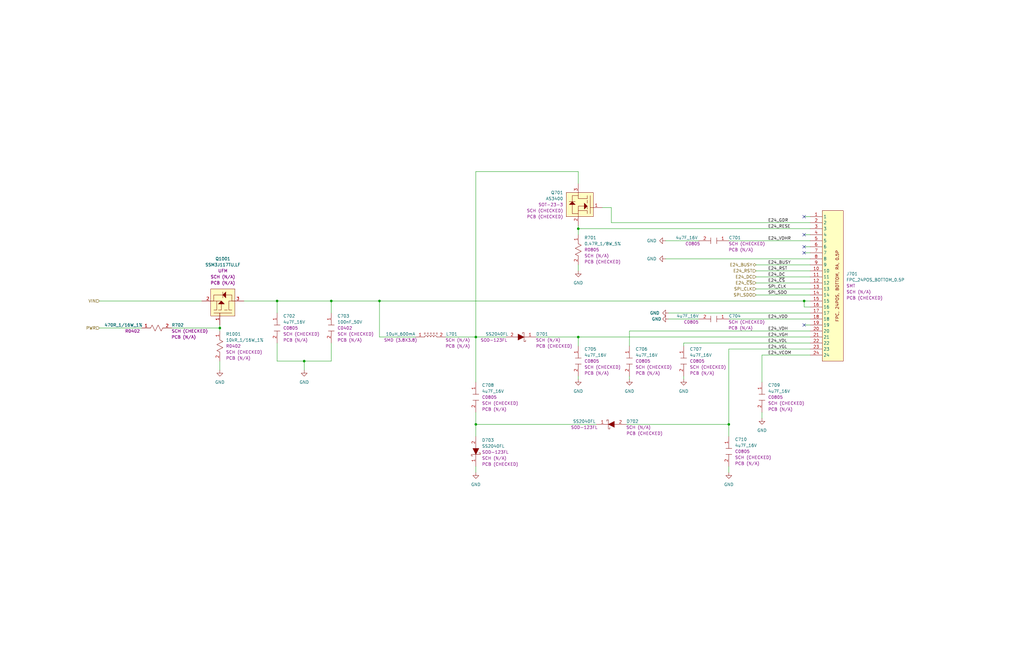
<source format=kicad_sch>
(kicad_sch (version 20230121) (generator eeschema)
  (paper "B")
  (title_block (title "_HW_EPaper") (rev "v1.0") (company "Mend0z0") (comment 1 "v1.0") (comment 2 "CHECKED"))
  (lib_symbols
    (symbol "_SCHLIB_Epaper:CAP_100nF_50V_X7R_C0402"
      (property "Reference" "C" (at 2.54 3.81 0))
      (property "Value" "100nF_50V" (at 2.54 6.35 0))
      (property "Package" "C0402" (at 2.54 21.59 0))
      (property "SCH CHECK" "SCH (CHECKED)" (at 2.54 24.13 0))
      (property "PCB CHECK" "PCB (N/A)" (at 2.54 26.67 0))
      (symbol "CAP_100nF_50V_X7R_C0402_0_1"
        (polyline (pts (xy 5.08 1.27) (xy 5.08 -1.27)))
        (polyline (pts (xy 7.62 1.27) (xy 7.62 -1.27)))
      )
      (symbol "CAP_100nF_50V_X7R_C0402_1_1"
        (pin passive line (at 0 0 0) (length 5.08) (name "") (number "1"))
        (pin passive line (at 12.7 0 180) (length 5.08) (name "") (number "2"))
      )
    )
    (symbol "_SCHLIB_Epaper:CAP_4.7uF_16V_X7R_C0805"
      (property "Reference" "C" (at 2.54 3.81 0))
      (property "Value" "4u7F_16V" (at 2.54 6.35 0))
      (property "Package" "C0805" (at 2.54 21.59 0))
      (property "SCH CHECK" "SCH (CHECKED)" (at 2.54 24.13 0))
      (property "PCB CHECK" "PCB (N/A)" (at 2.54 26.67 0))
      (symbol "CAP_4.7uF_16V_X7R_C0805_0_1"
        (polyline (pts (xy 5.08 1.27) (xy 5.08 -1.27)))
        (polyline (pts (xy 7.62 1.27) (xy 7.62 -1.27)))
      )
      (symbol "CAP_4.7uF_16V_X7R_C0805_1_1"
        (pin passive line (at 0 0 0) (length 5.08) (name "") (number "1"))
        (pin passive line (at 12.7 0 180) (length 5.08) (name "") (number "2"))
      )
    )
    (symbol "_SCHLIB_Epaper:CONN_FPC_24POS_0.5P_BOTTOM_CF35242D0RD-NH_RA"
      (property "Reference" "J" (at 2.54 2.54 0))
      (property "Value" "FPC_24POS_BOTTOM_0.5P" (at 2.54 5.08 0))
      (property "Package" "SMT" (at 2.54 20.32 0))
      (property "SCH CHECK" "SCH (N/A)" (at 2.54 22.86 0))
      (property "PCB CHECK" "PCB (CHECKED)" (at 2.54 25.4 0))
      (symbol "CONN_FPC_24POS_0.5P_BOTTOM_CF35242D0RD-NH_RA_0_1"
        (rectangle (start 0 0) (end 8.89 -63.5) (fill (type background)))
      )
      (symbol "CONN_FPC_24POS_0.5P_BOTTOM_CF35242D0RD-NH_RA_1_1"
        (text "FPC, 24POS, BOTTOM, RA, 0.5P" (at 6.35 -31.75 900) (effects (font (size 1.27 1.27))))
        (pin passive line (at -5.08 -2.54 0) (length 5.08) (name "1") (number "1"))
        (pin passive line (at -5.08 -25.4 0) (length 5.08) (name "10") (number "10"))
        (pin passive line (at -5.08 -27.94 0) (length 5.08) (name "11") (number "11"))
        (pin passive line (at -5.08 -30.48 0) (length 5.08) (name "12") (number "12"))
        (pin passive line (at -5.08 -33.02 0) (length 5.08) (name "13") (number "13"))
        (pin passive line (at -5.08 -35.56 0) (length 5.08) (name "14") (number "14"))
        (pin passive line (at -5.08 -38.1 0) (length 5.08) (name "15") (number "15"))
        (pin passive line (at -5.08 -40.64 0) (length 5.08) (name "16") (number "16"))
        (pin passive line (at -5.08 -43.18 0) (length 5.08) (name "17") (number "17"))
        (pin passive line (at -5.08 -45.72 0) (length 5.08) (name "18") (number "18"))
        (pin passive line (at -5.08 -48.26 0) (length 5.08) (name "19") (number "19"))
        (pin passive line (at -5.08 -5.08 0) (length 5.08) (name "2") (number "2"))
        (pin passive line (at -5.08 -50.8 0) (length 5.08) (name "20") (number "20"))
        (pin passive line (at -5.08 -53.34 0) (length 5.08) (name "21") (number "21"))
        (pin passive line (at -5.08 -55.88 0) (length 5.08) (name "22") (number "22"))
        (pin passive line (at -5.08 -58.42 0) (length 5.08) (name "23") (number "23"))
        (pin passive line (at -5.08 -60.96 0) (length 5.08) (name "24") (number "24"))
        (pin passive line (at -5.08 -7.62 0) (length 5.08) (name "3") (number "3"))
        (pin passive line (at -5.08 -10.16 0) (length 5.08) (name "4") (number "4"))
        (pin passive line (at -5.08 -12.7 0) (length 5.08) (name "5") (number "5"))
        (pin passive line (at -5.08 -15.24 0) (length 5.08) (name "6") (number "6"))
        (pin passive line (at -5.08 -17.78 0) (length 5.08) (name "7") (number "7"))
        (pin passive line (at -5.08 -20.32 0) (length 5.08) (name "8") (number "8"))
        (pin passive line (at -5.08 -22.86 0) (length 5.08) (name "9") (number "9"))
      )
    )
    (symbol "_SCHLIB_Epaper:DIODE_SCHOTTKY _SS2040FL_R1_00001_40V_2A_S0D-123FL"
      (property "Reference" "D" (at 2.54 3.81 0))
      (property "Value" "SS2040FL" (at 2.54 6.35 0))
      (property "Package" "SOD-123FL" (at 2.54 21.59 0))
      (property "SCH CHECK" "SCH (N/A)" (at 2.54 24.13 0))
      (property "PCB CHECK" "PCB (CHECKED)" (at 2.54 26.67 0))
      (symbol "DIODE_SCHOTTKY _SS2040FL_R1_00001_40V_2A_S0D-123FL_0_1"
        (polyline (pts (xy 5.08 1.27) (xy 5.08 -1.27) (xy 7.62 0) (xy 5.08 1.27)) (fill (type outline)))
        (polyline (pts (xy 6.985 1.27) (xy 6.985 1.905) (xy 7.62 1.905) (xy 7.62 -1.905) (xy 8.255 -1.905) (xy 8.255 -1.27)))
      )
      (symbol "DIODE_SCHOTTKY _SS2040FL_R1_00001_40V_2A_S0D-123FL_1_1"
        (pin passive line (at 12.7 0 180) (length 5.08) (name "") (number "1"))
        (pin passive line (at 0 0 0) (length 5.08) (name "") (number "2"))
      )
    )
    (symbol "_SCHLIB_Epaper:IND_10uH_600mA_413mOhm_SMD (3.8X3.8)"
      (property "Reference" "L" (at 2.54 3.81 0))
      (property "Value" "10uH_600mA" (at 2.54 6.35 0))
      (property "Package" "SMD (3.8X3.8)" (at 2.54 21.59 0))
      (property "SCH CHECK" "SCH (N/A)" (at 2.54 24.13 0))
      (property "PCB CHECK" "PCB (N/A)" (at 2.54 26.67 0))
      (symbol "IND_10uH_600mA_413mOhm_SMD (3.8X3.8)_0_1"
        (polyline (pts (xy 3.556 1.27) (xy 4.191 1.27)))
        (polyline (pts (xy 3.556 1.778) (xy 4.191 1.778)))
        (polyline (pts (xy 4.826 1.27) (xy 5.461 1.27)))
        (polyline (pts (xy 4.826 1.778) (xy 5.461 1.778)))
        (polyline (pts (xy 6.096 1.27) (xy 6.731 1.27)))
        (polyline (pts (xy 6.096 1.778) (xy 6.731 1.778)))
        (polyline (pts (xy 7.366 1.27) (xy 8.001 1.27)))
        (polyline (pts (xy 7.366 1.778) (xy 8.001 1.778)))
        (polyline (pts (xy 8.636 1.27) (xy 9.271 1.27)))
        (polyline (pts (xy 8.636 1.778) (xy 9.271 1.778)))
        (arc (start 5.08 0) (mid 4.445 0.6129) (end 3.81 0))
        (arc (start 6.35 0.0225) (mid 5.715 0.6354) (end 5.08 0.0225))
        (arc (start 7.62 0.0225) (mid 6.985 0.6354) (end 6.35 0.0225))
        (arc (start 8.89 0.0225) (mid 8.255 0.6354) (end 7.62 0.0225))
      )
      (symbol "IND_10uH_600mA_413mOhm_SMD (3.8X3.8)_1_1"
        (pin passive line (at 0 0 0) (length 3.81) (name "") (number "1"))
        (pin passive line (at 12.7 0 180) (length 3.81) (name "") (number "2"))
      )
    )
    (symbol "_SCHLIB_Epaper:Q_N-CH_AS3400_30A_2A_SOT-23"
      (property "Reference" "Q" (at 2.54 7.62 0))
      (property "Value" "AS3400" (at 2.54 10.16 0))
      (property "Package" "SOT-23-3" (at 2.54 25.4 0))
      (property "SCH CHECK" "SCH (CHECKED)" (at 2.54 27.94 0))
      (property "PCB CHECK" "PCB (CHECKED)" (at 2.54 30.48 0))
      (symbol "Q_N-CH_AS3400_30A_2A_SOT-23_0_1"
        (polyline (pts (xy 5.08 -5.08) (xy 5.08 -12.7)))
        (polyline (pts (xy 6.35 -11.43) (xy 6.35 -12.7)))
        (polyline (pts (xy 6.35 -9.525) (xy 6.35 -10.795)))
        (polyline (pts (xy 6.35 -6.985) (xy 6.35 -8.255)))
        (polyline (pts (xy 6.35 -5.08) (xy 6.35 -6.35)))
        (polyline (pts (xy 11.43 -7.62) (xy 13.97 -7.62)))
        (polyline (pts (xy 6.35 -11.43) (xy 10.16 -11.43) (xy 10.16 -12.7)))
        (polyline (pts (xy 6.35 -6.35) (xy 10.16 -6.35) (xy 10.16 -5.08)))
        (polyline (pts (xy 10.16 -11.43) (xy 10.16 -9.525) (xy 6.35 -9.525)))
        (polyline (pts (xy 7.62 -8.255) (xy 6.35 -9.525) (xy 7.62 -10.795) (xy 7.62 -8.255)) (fill (type outline)))
        (polyline (pts (xy 10.16 -12.7) (xy 12.7 -12.7) (xy 12.7 -5.08) (xy 10.16 -5.08)))
        (polyline (pts (xy 11.43 -8.89) (xy 12.7 -7.62) (xy 13.97 -8.89) (xy 11.43 -8.89)) (fill (type outline)))
        (rectangle (start 3.81 -3.81) (end 15.24 -13.97) (fill (type background)))
      )
      (symbol "Q_N-CH_AS3400_30A_2A_SOT-23_1_1"
        (pin passive line (at 0 -10.16 0) (length 5.08) (name "") (number "1"))
        (pin passive line (at 10.16 -17.78 90) (length 5.08) (name "") (number "2"))
        (pin passive line (at 10.16 0 270) (length 5.08) (name "") (number "3"))
      )
    )
    (symbol "_SCHLIB_Epaper:Q_P-Channel_30V_2A_SSM3J117TU,LF_UFM"
      (property "Reference" "Q" (at 2.54 3.81 0))
      (property "Value" "SSM3J117TU,LF" (at 2.54 6.35 0))
      (property "Package" "UFM" (at 2.54 21.59 0))
      (property "SCH CHECK" "SCH (N/A)" (at 2.54 24.13 0))
      (property "PCB CHECK" "PCB (N/A)" (at 2.54 26.67 0))
      (symbol "Q_P-Channel_30V_2A_SSM3J117TU,LF_UFM_0_1"
        (polyline (pts (xy 5.08 -5.08) (xy 5.08 -12.7)))
        (polyline (pts (xy 6.35 -11.43) (xy 6.35 -12.7)))
        (polyline (pts (xy 6.35 -9.525) (xy 6.35 -10.795)))
        (polyline (pts (xy 6.35 -6.985) (xy 6.35 -8.255)))
        (polyline (pts (xy 6.35 -5.08) (xy 6.35 -6.35)))
        (polyline (pts (xy 13.97 -8.89) (xy 11.43 -8.89)))
        (polyline (pts (xy 6.35 -11.43) (xy 10.16 -11.43) (xy 10.16 -12.7)))
        (polyline (pts (xy 6.35 -6.35) (xy 10.16 -6.35) (xy 10.16 -5.08)))
        (polyline (pts (xy 10.16 -11.43) (xy 10.16 -9.525) (xy 6.35 -9.525)))
        (polyline (pts (xy 8.8944 -10.7892) (xy 10.1644 -9.5192) (xy 8.8944 -8.2492) (xy 8.8944 -10.7892)) (fill (type outline)))
        (polyline (pts (xy 10.16 -12.7) (xy 12.7 -12.7) (xy 12.7 -5.08) (xy 10.16 -5.08)))
        (polyline (pts (xy 13.97 -7.62) (xy 12.7 -8.89) (xy 11.43 -7.62) (xy 13.97 -7.62)) (fill (type outline)))
        (rectangle (start 3.81 -3.81) (end 15.24 -13.97) (fill (type background)))
      )
      (symbol "Q_P-Channel_30V_2A_SSM3J117TU,LF_UFM_1_1"
        (pin passive line (at 0 -10.16 0) (length 5.08) (name "") (number "1"))
        (pin passive line (at 10.16 -17.78 90) (length 5.08) (name "") (number "2"))
        (pin passive line (at 10.16 0 270) (length 5.08) (name "") (number "3"))
      )
    )
    (symbol "_SCHLIB_Epaper:RES_0.47R_1/18W_5%_R0805"
      (property "Reference" "R" (at 2.54 3.81 0))
      (property "Value" "0.47R_1/8W_5%" (at 2.54 6.35 0))
      (property "Package" "R0805" (at 2.54 21.59 0))
      (property "SCH CHECK" "SCH (N/A)" (at 2.54 24.13 0))
      (property "PCB CHECK" "PCB (CHECKED)" (at 2.54 26.67 0))
      (symbol "RES_0.47R_1/18W_5%_R0805_0_1"
        (polyline (pts (xy 8.89 0) (xy 8.255 -1.27) (xy 6.985 1.27) (xy 5.715 -1.27) (xy 4.445 1.27) (xy 3.81 0)))
      )
      (symbol "RES_0.47R_1/18W_5%_R0805_1_1"
        (pin passive line (at 0 0 0) (length 3.81) (name "") (number "1"))
        (pin passive line (at 12.7 0 180) (length 3.81) (name "") (number "2"))
      )
    )
    (symbol "_SCHLIB_Epaper:RES_10kR_1/16W_1%_R0402"
      (property "Reference" "R" (at 2.54 3.81 0))
      (property "Value" "10kR_1/16W_1%" (at 2.54 6.35 0))
      (property "Package" "R0402" (at 2.54 21.59 0))
      (property "SCH CHECK" "SCH (CHECKED)" (at 2.54 24.13 0))
      (property "PCB CHECK" "PCB (N/A)" (at 2.54 26.67 0))
      (symbol "RES_10kR_1/16W_1%_R0402_0_1"
        (polyline (pts (xy 3.81 0) (xy 4.445 1.27) (xy 5.715 -1.27) (xy 6.985 1.27) (xy 8.255 -1.27) (xy 8.89 0)))
      )
      (symbol "RES_10kR_1/16W_1%_R0402_1_1"
        (pin passive line (at 0 0 0) (length 3.81) (name "") (number "1"))
        (pin passive line (at 12.7 0 180) (length 3.81) (name "") (number "2"))
      )
    )
    (symbol "_SCHLIB_Epaper:RES_470R_1/16W_1%_R0402"
      (property "Reference" "R" (at 2.54 3.81 0))
      (property "Value" "470R_1/16W_1%" (at 2.54 6.35 0))
      (property "Package" "R0402" (at 2.54 21.59 0))
      (property "SCH CHECK" "SCH (CHECKED)" (at 2.54 24.13 0))
      (property "PCB CHECK" "PCB (N/A)" (at 2.54 26.67 0))
      (symbol "RES_470R_1/16W_1%_R0402_0_1"
        (polyline (pts (xy 3.81 0) (xy 4.445 1.27) (xy 5.715 -1.27) (xy 6.985 1.27) (xy 8.255 -1.27) (xy 8.89 0)))
      )
      (symbol "RES_470R_1/16W_1%_R0402_1_1"
        (pin passive line (at 0 0 0) (length 3.81) (name "") (number "1"))
        (pin passive line (at 12.7 0 180) (length 3.81) (name "") (number "2"))
      )
    )
    (symbol "power:GND" (power) (pin_names (offset 0))
      (property "Value" "GND" (at 0 -3.81 0))
      (symbol "GND_0_1"
        (polyline (pts (xy 0 0) (xy 0 -1.27) (xy 1.27 -1.27) (xy 0 -2.54) (xy -1.27 -1.27) (xy 0 -1.27)))
      )
      (symbol "GND_1_1"
        (pin power_in line (at 0 0 270) (length 0) hide (name "GND") (number "1"))
      )
    )
  )
  (junction (at 243.84 142.24))
  (junction (at 128.27 152.4))
  (junction (at 116.84 127))
  (junction (at 92.71 138.43))
  (junction (at 307.34 179.07))
  (junction (at 200.66 179.07))
  (junction (at 160.02 127))
  (junction (at 243.84 96.52))
  (junction (at 200.66 142.24))
  (junction (at 339.09 127))
  (junction (at 139.7 127))
  (no_connect (at 339.09 104.14))
  (no_connect (at 339.09 106.68))
  (no_connect (at 339.09 99.06))
  (no_connect (at 339.09 91.44))
  (no_connect (at 339.09 137.16))
  (wire (pts (xy 92.71 138.43) (xy 92.71 137.16)))
  (wire (pts (xy 200.66 179.07) (xy 200.66 184.15)))
  (wire (pts (xy 321.31 173.99) (xy 321.31 176.53)))
  (wire (pts (xy 265.43 139.7) (xy 341.63 139.7)))
  (wire (pts (xy 339.09 91.44) (xy 341.63 91.44)))
  (wire (pts (xy 226.06 142.24) (xy 243.84 142.24)))
  (wire (pts (xy 341.63 147.32) (xy 307.34 147.32)))
  (wire (pts (xy 254 87.63) (xy 257.81 87.63)))
  (wire (pts (xy 339.09 99.06) (xy 341.63 99.06)))
  (wire (pts (xy 288.29 146.05) (xy 288.29 144.78)))
  (wire (pts (xy 92.71 156.21) (xy 92.71 152.4)))
  (wire (pts (xy 128.27 152.4) (xy 128.27 156.21)))
  (wire (pts (xy 41.91 138.43) (xy 59.69 138.43)))
  (wire (pts (xy 339.09 106.68) (xy 341.63 106.68)))
  (wire (pts (xy 128.27 152.4) (xy 139.7 152.4)))
  (wire (pts (xy 318.77 124.46) (xy 341.63 124.46)))
  (wire (pts (xy 102.87 127) (xy 116.84 127)))
  (wire (pts (xy 200.66 173.99) (xy 200.66 179.07)))
  (wire (pts (xy 200.66 142.24) (xy 213.36 142.24)))
  (wire (pts (xy 321.31 149.86) (xy 341.63 149.86)))
  (wire (pts (xy 116.84 127) (xy 139.7 127)))
  (wire (pts (xy 339.09 129.54) (xy 341.63 129.54)))
  (wire (pts (xy 116.84 132.08) (xy 116.84 127)))
  (wire (pts (xy 265.43 146.05) (xy 265.43 139.7)))
  (wire (pts (xy 243.84 142.24) (xy 341.63 142.24)))
  (wire (pts (xy 243.84 72.39) (xy 200.66 72.39)))
  (wire (pts (xy 307.34 196.85) (xy 307.34 199.39)))
  (wire (pts (xy 280.67 101.6) (xy 294.64 101.6)))
  (wire (pts (xy 257.81 93.98) (xy 341.63 93.98)))
  (wire (pts (xy 139.7 127) (xy 160.02 127)))
  (wire (pts (xy 321.31 161.29) (xy 321.31 149.86)))
  (wire (pts (xy 243.84 95.25) (xy 243.84 96.52)))
  (wire (pts (xy 281.94 132.08) (xy 341.63 132.08)))
  (wire (pts (xy 280.67 109.22) (xy 341.63 109.22)))
  (wire (pts (xy 243.84 77.47) (xy 243.84 72.39)))
  (wire (pts (xy 187.96 142.24) (xy 200.66 142.24)))
  (wire (pts (xy 116.84 152.4) (xy 128.27 152.4)))
  (wire (pts (xy 339.09 127) (xy 341.63 127)))
  (wire (pts (xy 281.94 134.62) (xy 294.64 134.62)))
  (wire (pts (xy 318.77 119.38) (xy 341.63 119.38)))
  (wire (pts (xy 175.26 142.24) (xy 160.02 142.24)))
  (wire (pts (xy 200.66 196.85) (xy 200.66 199.39)))
  (wire (pts (xy 139.7 152.4) (xy 139.7 144.78)))
  (wire (pts (xy 318.77 121.92) (xy 341.63 121.92)))
  (wire (pts (xy 318.77 116.84) (xy 341.63 116.84)))
  (wire (pts (xy 41.91 127) (xy 85.09 127)))
  (wire (pts (xy 318.77 114.3) (xy 341.63 114.3)))
  (wire (pts (xy 243.84 160.02) (xy 243.84 158.75)))
  (wire (pts (xy 318.77 111.76) (xy 341.63 111.76)))
  (wire (pts (xy 307.34 147.32) (xy 307.34 179.07)))
  (wire (pts (xy 160.02 142.24) (xy 160.02 127)))
  (wire (pts (xy 200.66 142.24) (xy 200.66 161.29)))
  (wire (pts (xy 243.84 146.05) (xy 243.84 142.24)))
  (wire (pts (xy 339.09 137.16) (xy 341.63 137.16)))
  (wire (pts (xy 243.84 96.52) (xy 341.63 96.52)))
  (wire (pts (xy 307.34 101.6) (xy 341.63 101.6)))
  (wire (pts (xy 92.71 138.43) (xy 92.71 139.7)))
  (wire (pts (xy 265.43 160.02) (xy 265.43 158.75)))
  (wire (pts (xy 139.7 127) (xy 139.7 132.08)))
  (wire (pts (xy 288.29 160.02) (xy 288.29 158.75)))
  (wire (pts (xy 257.81 87.63) (xy 257.81 93.98)))
  (wire (pts (xy 264.16 179.07) (xy 307.34 179.07)))
  (wire (pts (xy 251.46 179.07) (xy 200.66 179.07)))
  (wire (pts (xy 339.09 127) (xy 339.09 129.54)))
  (wire (pts (xy 307.34 134.62) (xy 341.63 134.62)))
  (wire (pts (xy 288.29 144.78) (xy 341.63 144.78)))
  (wire (pts (xy 243.84 99.06) (xy 243.84 96.52)))
  (wire (pts (xy 339.09 104.14) (xy 341.63 104.14)))
  (wire (pts (xy 307.34 179.07) (xy 307.34 184.15)))
  (wire (pts (xy 243.84 114.3) (xy 243.84 111.76)))
  (wire (pts (xy 160.02 127) (xy 339.09 127)))
  (wire (pts (xy 200.66 72.39) (xy 200.66 142.24)))
  (wire (pts (xy 116.84 144.78) (xy 116.84 152.4)))
  (wire (pts (xy 72.39 138.43) (xy 92.71 138.43)))
  (label "E24_VGL" (at 323.85 147.32 0))
  (label "SPI_SDO" (at 323.85 124.46 0))
  (label "E24_VDD" (at 323.85 134.62 0))
  (label "E24_VDL" (at 323.85 144.78 0))
  (label "E24_~{CS}" (at 323.85 119.38 0))
  (label "E24_RST" (at 323.85 114.3 0))
  (label "E24_RESE" (at 323.85 96.52 0))
  (label "E24_DC" (at 323.85 116.84 0))
  (label "E24_VDH" (at 323.85 139.7 0))
  (label "E24_VCOM" (at 323.85 149.86 0))
  (label "E24_BUSY" (at 323.85 111.76 0))
  (label "SPI_CLK" (at 323.85 121.92 0))
  (label "E24_VDHR" (at 323.85 101.6 0))
  (label "E24_VGH" (at 323.85 142.24 0))
  (label "E24_GDR" (at 323.85 93.98 0))
  (hierarchical_label "E24_DC" (shape input) (at 318.77 116.84 180))
  (hierarchical_label "SPI_SDO" (shape input) (at 318.77 124.46 180))
  (hierarchical_label "E24_~{CS}" (shape input) (at 318.77 119.38 180))
  (hierarchical_label "VIN" (shape input) (at 41.91 127 180))
  (hierarchical_label "E24_BUSY" (shape bidirectional) (at 318.77 111.76 180))
  (hierarchical_label "SPI_CLK" (shape input) (at 318.77 121.92 180))
  (hierarchical_label "E24_RST" (shape input) (at 318.77 114.3 180))
  (hierarchical_label "PWR" (shape input) (at 41.91 138.43 180))
  (symbol (lib_id "power:GND") (at 280.67 109.22 270) (unit 1)
    (property "Reference" "#PWR0702" (effects hide))
    (property "Value" "GND" (at 276.86 109.22 90) (effects (justify right)))
  )
  (symbol (lib_id "_SCHLIB_Epaper:RES_0.47R_1/18W_5%_R0805") (at 243.84 99.06 270) (unit 1)
    (property "Reference" "R701" (at 246.38 100.33 90) (effects (justify left)))
    (property "Value" "0.47R_1/8W_5%" (at 246.38 102.87 90) (effects (justify left)))
    (property "Footprint" "Resistor_SMD:R_0805_2012Metric" (effects hide))
    (property "Datasheet" "https://www.ctscorp.com/wp-content/uploads/73Lx_73Ex.pdf" (effects hide))
    (property "Description" "470 mOhms ±5% 0.125W, 1/8W Chip Resistor 0805 (2012 Metric) Current Sense Thick Film" (effects hide))
    (property "Part Number" "73L3R47J" (effects hide))
    (property "Link" "https://www.digikey.ca/en/products/detail/cts-resistor-products/73L3R47J/1543464" (effects hide))
    (property "Package" "R0805" (at 246.38 105.41 90) (effects (justify left)))
    (property "SCH CHECK" "SCH (N/A)" (at 246.38 107.95 90) (effects (justify left)))
    (property "PCB CHECK" "PCB (CHECKED)" (at 246.38 110.49 90) (effects (justify left)))
  )
  (symbol (lib_id "_SCHLIB_Epaper:CAP_4.7uF_16V_X7R_C0805") (at 321.31 161.29 270) (unit 1)
    (property "Reference" "C709" (at 323.85 162.56 90) (effects (justify left)))
    (property "Value" "4u7F_16V" (at 323.85 165.1 90) (effects (justify left)))
    (property "Footprint" "Capacitor_SMD:C_0805_2012Metric" (effects hide))
    (property "Datasheet" "https://search.murata.co.jp/Ceramy/image/img/A01X/G101/ENG/GRM21BR71C475KE51-01.pdf" (effects hide))
    (property "Description" "4.7 µF ±10% 16V Ceramic Capacitor X7R 0805 (2012 Metric)" (effects hide))
    (property "Part Number" "GRM21BR71C475KE51L" (effects hide))
    (property "Link" "https://www.digikey.ca/en/products/detail/murata-electronics/GRM21BR71C475KE51L/6606095" (effects hide))
    (property "Package" "C0805" (at 323.85 167.64 90) (effects (justify left)))
    (property "SCH CHECK" "SCH (CHECKED)" (at 323.85 170.18 90) (effects (justify left)))
    (property "PCB CHECK" "PCB (N/A)" (at 323.85 172.72 90) (effects (justify left)))
  )
  (symbol (lib_id "_SCHLIB_Epaper:CAP_4.7uF_16V_X7R_C0805") (at 243.84 146.05 270) (unit 1)
    (property "Reference" "C705" (at 246.38 147.32 90) (effects (justify left)))
    (property "Value" "4u7F_16V" (at 246.38 149.86 90) (effects (justify left)))
    (property "Footprint" "Capacitor_SMD:C_0805_2012Metric" (effects hide))
    (property "Datasheet" "https://search.murata.co.jp/Ceramy/image/img/A01X/G101/ENG/GRM21BR71C475KE51-01.pdf" (effects hide))
    (property "Description" "4.7 µF ±10% 16V Ceramic Capacitor X7R 0805 (2012 Metric)" (effects hide))
    (property "Part Number" "GRM21BR71C475KE51L" (effects hide))
    (property "Link" "https://www.digikey.ca/en/products/detail/murata-electronics/GRM21BR71C475KE51L/6606095" (effects hide))
    (property "Package" "C0805" (at 246.38 152.4 90) (effects (justify left)))
    (property "SCH CHECK" "SCH (CHECKED)" (at 246.38 154.94 90) (effects (justify left)))
    (property "PCB CHECK" "PCB (N/A)" (at 246.38 157.48 90) (effects (justify left)))
  )
  (symbol (lib_id "_SCHLIB_Epaper:CAP_4.7uF_16V_X7R_C0805") (at 307.34 134.62 180) (unit 1)
    (property "Reference" "C704" (at 312.42 133.35 0) (effects (justify left)))
    (property "Value" "4u7F_16V" (at 294.64 133.35 0) (effects (justify left)))
    (property "Footprint" "Capacitor_SMD:C_0805_2012Metric" (effects hide))
    (property "Datasheet" "https://search.murata.co.jp/Ceramy/image/img/A01X/G101/ENG/GRM21BR71C475KE51-01.pdf" (effects hide))
    (property "Description" "4.7 µF ±10% 16V Ceramic Capacitor X7R 0805 (2012 Metric)" (effects hide))
    (property "Part Number" "GRM21BR71C475KE51L" (effects hide))
    (property "Link" "https://www.digikey.ca/en/products/detail/murata-electronics/GRM21BR71C475KE51L/6606095" (effects hide))
    (property "Package" "C0805" (at 294.64 135.89 0) (effects (justify left)))
    (property "SCH CHECK" "SCH (CHECKED)" (at 322.58 135.89 0) (effects (justify left)))
    (property "PCB CHECK" "PCB (N/A)" (at 317.5 138.43 0) (effects (justify left)))
  )
  (symbol (lib_id "_SCHLIB_Epaper:RES_470R_1/16W_1%_R0402") (at 59.69 138.43 0) (unit 1)
    (property "Reference" "R702" (at 74.93 137.16 0))
    (property "Value" "470R_1/16W_1%" (at 52.07 137.16 0))
    (property "Footprint" "Resistor_SMD:R_0402_1005Metric" (effects hide))
    (property "Datasheet" "https://www.bourns.com/docs/product-datasheets/cr.pdf?sfvrsn=574d41f6_14" (effects hide))
    (property "Description" "470 Ohms ±1% 0.063W, 1/16W Chip Resistor 0402 (1005 Metric) Thick Film" (effects hide))
    (property "Part Number" "CR0402-FX-4700GLF" (effects hide))
    (property "Link" "https://www.digikey.ca/en/products/detail/bourns-inc/CR0402-FX-4700GLF/3783391" (effects hide))
    (property "Package" "R0402" (at 55.88 139.7 0))
    (property "SCH CHECK" "SCH (CHECKED)" (at 80.01 139.7 0))
    (property "PCB CHECK" "PCB (N/A)" (at 77.47 142.24 0))
  )
  (symbol (lib_id "_SCHLIB_Epaper:CAP_4.7uF_16V_X7R_C0805") (at 265.43 146.05 270) (unit 1)
    (property "Reference" "C706" (at 267.97 147.32 90) (effects (justify left)))
    (property "Value" "4u7F_16V" (at 267.97 149.86 90) (effects (justify left)))
    (property "Footprint" "Capacitor_SMD:C_0805_2012Metric" (effects hide))
    (property "Datasheet" "https://search.murata.co.jp/Ceramy/image/img/A01X/G101/ENG/GRM21BR71C475KE51-01.pdf" (effects hide))
    (property "Description" "4.7 µF ±10% 16V Ceramic Capacitor X7R 0805 (2012 Metric)" (effects hide))
    (property "Part Number" "GRM21BR71C475KE51L" (effects hide))
    (property "Link" "https://www.digikey.ca/en/products/detail/murata-electronics/GRM21BR71C475KE51L/6606095" (effects hide))
    (property "Package" "C0805" (at 267.97 152.4 90) (effects (justify left)))
    (property "SCH CHECK" "SCH (CHECKED)" (at 267.97 154.94 90) (effects (justify left)))
    (property "PCB CHECK" "PCB (N/A)" (at 267.97 157.48 90) (effects (justify left)))
  )
  (symbol (lib_id "_SCHLIB_Epaper:DIODE_SCHOTTKY _SS2040FL_R1_00001_40V_2A_S0D-123FL") (at 213.36 142.24 0) (unit 1)
    (property "Reference" "D701" (at 228.6 140.97 0))
    (property "Value" "SS2040FL" (at 209.55 140.97 0))
    (property "Footprint" "Diode_SMD:D_SOD-123F" (effects hide))
    (property "Datasheet" "https://www.panjit.com.tw/upload/datasheet/SS2020FL_SERIES.pdf" (effects hide))
    (property "Description" "Diode 40 V 2A Surface Mount SOD-123FL" (effects hide))
    (property "Part Number" "SS2040FL_R1_00001" (effects hide))
    (property "Link" "https://www.digikey.ca/en/products/detail/panjit-international-inc/SS2040FL-R1-00001/14660034" (effects hide))
    (property "Package" "SOD-123FL" (at 208.28 143.51 0))
    (property "SCH CHECK" "SCH (N/A)" (at 231.14 143.51 0))
    (property "PCB CHECK" "PCB (CHECKED)" (at 233.68 146.05 0))
  )
  (symbol (lib_id "power:GND") (at 265.43 160.02 0) (unit 1)
    (property "Reference" "#PWR0709" (effects hide))
    (property "Value" "GND" (at 265.43 165.1 0))
  )
  (symbol (lib_id "power:GND") (at 243.84 114.3 0) (unit 1)
    (property "Reference" "#PWR0703" (effects hide))
    (property "Value" "GND" (at 243.84 119.38 0))
  )
  (symbol (lib_id "power:GND") (at 321.31 176.53 0) (unit 1)
    (property "Reference" "#PWR0711" (effects hide))
    (property "Value" "GND" (at 321.31 181.61 0))
  )
  (symbol (lib_id "power:GND") (at 243.84 160.02 0) (unit 1)
    (property "Reference" "#PWR0708" (effects hide))
    (property "Value" "GND" (at 243.84 165.1 0))
  )
  (symbol (lib_id "power:GND") (at 128.27 156.21 0) (unit 1)
    (property "Reference" "#PWR0707" (effects hide))
    (property "Value" "GND" (at 128.27 161.29 0))
  )
  (symbol (lib_id "power:GND") (at 92.71 156.21 0) (unit 1)
    (property "Reference" "#PWR01001" (effects hide))
    (property "Value" "GND" (at 92.71 161.29 0))
    (instances (project "_HW_EPaper" (path "" (reference "#PWR01001") (unit 1)) (path "" (reference "#PWR0706") (unit 1))))
  )
  (symbol (lib_id "power:GND") (at 281.94 134.62 270) (unit 1)
    (property "Reference" "#PWR0705" (effects hide))
    (property "Value" "GND" (at 276.86 134.62 90))
  )
  (symbol (lib_id "power:GND") (at 288.29 160.02 0) (unit 1)
    (property "Reference" "#PWR0710" (effects hide))
    (property "Value" "GND" (at 288.29 165.1 0))
  )
  (symbol (lib_id "power:GND") (at 200.66 199.39 0) (unit 1)
    (property "Reference" "#PWR0712" (effects hide))
    (property "Value" "GND" (at 200.66 204.47 0))
  )
  (symbol (lib_id "_SCHLIB_Epaper:IND_10uH_600mA_413mOhm_SMD (3.8X3.8)") (at 175.26 142.24 0) (unit 1)
    (property "Reference" "L701" (at 190.5 140.97 0))
    (property "Value" "10uH_600mA" (at 168.91 140.97 0))
    (property "Footprint" "_PCBLIB_Epaper:IND_CDRH3D11HPNP-100NC_SUM" (effects hide))
    (property "Datasheet" "https://products.sumida.com/products/pdf/CDRH3D11HP.pdf" (effects hide))
    (property "Description" "10 µH Shielded Inductor 600 mA 413mOhm Max Nonstandard" (effects hide))
    (property "Part Number" "CDRH3D11HPNP-100NC" (effects hide))
    (property "Link" "https://www.digikey.ca/en/products/detail/sumida-america-inc/CDRH3D11HPNP-100NC/3947130" (effects hide))
    (property "Package" "SMD (3.8X3.8)" (at 168.91 143.51 0))
    (property "SCH CHECK" "SCH (N/A)" (at 193.04 143.51 0))
    (property "PCB CHECK" "PCB (N/A)" (at 193.04 146.05 0))
  )
  (symbol (lib_id "_SCHLIB_Epaper:CAP_4.7uF_16V_X7R_C0805") (at 288.29 146.05 270) (unit 1)
    (property "Reference" "C707" (at 290.83 147.32 90) (effects (justify left)))
    (property "Value" "4u7F_16V" (at 290.83 149.86 90) (effects (justify left)))
    (property "Footprint" "Capacitor_SMD:C_0805_2012Metric" (effects hide))
    (property "Datasheet" "https://search.murata.co.jp/Ceramy/image/img/A01X/G101/ENG/GRM21BR71C475KE51-01.pdf" (effects hide))
    (property "Description" "4.7 µF ±10% 16V Ceramic Capacitor X7R 0805 (2012 Metric)" (effects hide))
    (property "Part Number" "GRM21BR71C475KE51L" (effects hide))
    (property "Link" "https://www.digikey.ca/en/products/detail/murata-electronics/GRM21BR71C475KE51L/6606095" (effects hide))
    (property "Package" "C0805" (at 290.83 152.4 90) (effects (justify left)))
    (property "SCH CHECK" "SCH (CHECKED)" (at 290.83 154.94 90) (effects (justify left)))
    (property "PCB CHECK" "PCB (N/A)" (at 290.83 157.48 90) (effects (justify left)))
  )
  (symbol (lib_id "_SCHLIB_Epaper:CAP_4.7uF_16V_X7R_C0805") (at 307.34 101.6 180) (unit 1)
    (property "Reference" "C701" (at 309.88 100.33 0))
    (property "Value" "4u7F_16V" (at 289.56 100.33 0))
    (property "Footprint" "Capacitor_SMD:C_0805_2012Metric" (effects hide))
    (property "Datasheet" "https://search.murata.co.jp/Ceramy/image/img/A01X/G101/ENG/GRM21BR71C475KE51-01.pdf" (effects hide))
    (property "Description" "4.7 µF ±10% 16V Ceramic Capacitor X7R 0805 (2012 Metric)" (effects hide))
    (property "Part Number" "GRM21BR71C475KE51L" (effects hide))
    (property "Link" "https://www.digikey.ca/en/products/detail/murata-electronics/GRM21BR71C475KE51L/6606095" (effects hide))
    (property "Package" "C0805" (at 292.1 102.87 0))
    (property "SCH CHECK" "SCH (CHECKED)" (at 314.96 102.87 0))
    (property "PCB CHECK" "PCB (N/A)" (at 312.42 105.41 0))
  )
  (symbol (lib_id "_SCHLIB_Epaper:Q_P-Channel_30V_2A_SSM3J117TU,LF_UFM") (at 102.87 137.16 270) (mirror x) (unit 1)
    (property "Reference" "Q1001" (at 93.98 109.22 90))
    (property "Value" "SSM3J117TU,LF" (at 93.98 111.76 90))
    (property "Footprint" "_PCBLIB_Epaper:UFM_TOS" (effects hide))
    (property "Datasheet" "https://toshiba.semicon-storage.com/info/docget.jsp?did=6951&prodName=SSM3J117TU" (effects hide))
    (property "Description" "P-Channel 30 V 2A (Ta) 500mW (Ta) Surface Mount UFM" (effects hide))
    (property "Part Number" "SSM3J117TU,LF" (effects hide))
    (property "Link" "https://www.digikey.ca/en/products/detail/toshiba-semiconductor-and-storage/SSM3J117TU-LF/6679146" (effects hide))
    (property "Package" "UFM" (at 93.98 114.3 90))
    (property "SCH CHECK" "SCH (N/A)" (at 93.98 116.84 90))
    (property "PCB CHECK" "PCB (N/A)" (at 93.98 119.38 90))
    (instances (project "_HW_EPaper" (path "" (reference "Q1001") (unit 1)) (path "" (reference "Q702") (unit 1))))
  )
  (symbol (lib_id "_SCHLIB_Epaper:DIODE_SCHOTTKY _SS2040FL_R1_00001_40V_2A_S0D-123FL") (at 200.66 184.15 270) (unit 1)
    (property "Reference" "D703" (at 203.2 185.7375 90) (effects (justify left)))
    (property "Value" "SS2040FL" (at 203.2 188.2775 90) (effects (justify left)))
    (property "Footprint" "Diode_SMD:D_SOD-123F" (effects hide))
    (property "Datasheet" "https://www.panjit.com.tw/upload/datasheet/SS2020FL_SERIES.pdf" (effects hide))
    (property "Description" "Diode 40 V 2A Surface Mount SOD-123FL" (effects hide))
    (property "Part Number" "SS2040FL_R1_00001" (effects hide))
    (property "Link" "https://www.digikey.ca/en/products/detail/panjit-international-inc/SS2040FL-R1-00001/14660034" (effects hide))
    (property "Package" "SOD-123FL" (at 203.2 190.8175 90) (effects (justify left)))
    (property "SCH CHECK" "SCH (N/A)" (at 203.2 193.3575 90) (effects (justify left)))
    (property "PCB CHECK" "PCB (CHECKED)" (at 203.2 195.8975 90) (effects (justify left)))
  )
  (symbol (lib_id "_SCHLIB_Epaper:CAP_100nF_50V_X7R_C0402") (at 139.7 132.08 270) (unit 1)
    (property "Reference" "C703" (at 142.24 133.35 90) (effects (justify left)))
    (property "Value" "100nF_50V" (at 142.24 135.89 90) (effects (justify left)))
    (property "Footprint" "Capacitor_SMD:C_0402_1005Metric" (effects hide))
    (property "Datasheet" "https://search.murata.co.jp/Ceramy/image/img/A01X/G101/ENG/GRM155R71H104KE14-01.pdf" (effects hide))
    (property "Description" "0.1 µF ±10% 50V Ceramic Capacitor X7R 0402 (1005 Metric)" (effects hide))
    (property "Part Number" "GRM155R71H104KE14J" (effects hide))
    (property "Link" "https://www.digikey.ca/en/products/detail/murata-electronics/GRM155R71H104KE14J/4905180" (effects hide))
    (property "Package" "C0402" (at 142.24 138.43 90) (effects (justify left)))
    (property "SCH CHECK" "SCH (CHECKED)" (at 142.24 140.97 90) (effects (justify left)))
    (property "PCB CHECK" "PCB (N/A)" (at 142.24 143.51 90) (effects (justify left)))
  )
  (symbol (lib_id "power:GND") (at 281.94 132.08 270) (unit 1)
    (property "Reference" "#PWR0704" (effects hide))
    (property "Value" "GND" (at 278.13 132.08 90) (effects (justify right)))
  )
  (symbol (lib_id "_SCHLIB_Epaper:CAP_4.7uF_16V_X7R_C0805") (at 200.66 161.29 270) (unit 1)
    (property "Reference" "C708" (at 203.2 162.56 90) (effects (justify left)))
    (property "Value" "4u7F_16V" (at 203.2 165.1 90) (effects (justify left)))
    (property "Footprint" "Capacitor_SMD:C_0805_2012Metric" (effects hide))
    (property "Datasheet" "https://search.murata.co.jp/Ceramy/image/img/A01X/G101/ENG/GRM21BR71C475KE51-01.pdf" (effects hide))
    (property "Description" "4.7 µF ±10% 16V Ceramic Capacitor X7R 0805 (2012 Metric)" (effects hide))
    (property "Part Number" "GRM21BR71C475KE51L" (effects hide))
    (property "Link" "https://www.digikey.ca/en/products/detail/murata-electronics/GRM21BR71C475KE51L/6606095" (effects hide))
    (property "Package" "C0805" (at 203.2 167.64 90) (effects (justify left)))
    (property "SCH CHECK" "SCH (CHECKED)" (at 203.2 170.18 90) (effects (justify left)))
    (property "PCB CHECK" "PCB (N/A)" (at 203.2 172.72 90) (effects (justify left)))
  )
  (symbol (lib_id "power:GND") (at 307.34 199.39 0) (unit 1)
    (property "Reference" "#PWR0713" (effects hide))
    (property "Value" "GND" (at 307.34 204.47 0))
  )
  (symbol (lib_id "_SCHLIB_Epaper:CAP_4.7uF_16V_X7R_C0805") (at 116.84 132.08 270) (unit 1)
    (property "Reference" "C702" (at 119.38 133.35 90) (effects (justify left)))
    (property "Value" "4u7F_16V" (at 119.38 135.89 90) (effects (justify left)))
    (property "Footprint" "Capacitor_SMD:C_0805_2012Metric" (effects hide))
    (property "Datasheet" "https://search.murata.co.jp/Ceramy/image/img/A01X/G101/ENG/GRM21BR71C475KE51-01.pdf" (effects hide))
    (property "Description" "4.7 µF ±10% 16V Ceramic Capacitor X7R 0805 (2012 Metric)" (effects hide))
    (property "Part Number" "GRM21BR71C475KE51L" (effects hide))
    (property "Link" "https://www.digikey.ca/en/products/detail/murata-electronics/GRM21BR71C475KE51L/6606095" (effects hide))
    (property "Package" "C0805" (at 119.38 138.43 90) (effects (justify left)))
    (property "SCH CHECK" "SCH (CHECKED)" (at 119.38 140.97 90) (effects (justify left)))
    (property "PCB CHECK" "PCB (N/A)" (at 119.38 143.51 90) (effects (justify left)))
  )
  (symbol (lib_id "_SCHLIB_Epaper:Q_N-CH_AS3400_30A_2A_SOT-23") (at 254 77.47 0) (mirror y) (unit 1)
    (property "Reference" "Q701" (at 237.49 81.28 0) (effects (justify left)))
    (property "Value" "AS3400" (at 237.49 83.82 0) (effects (justify left)))
    (property "Footprint" "Package_TO_SOT_SMD:SOT-23" (effects hide))
    (property "Datasheet" "https://media.digikey.com/pdf/Data%20Sheets/Anbon%20Semi%20PDFs/AS3400.pdf" (effects hide))
    (property "Description" "N-Channel 30 V 5.6A (Ta) 1.2W (Ta) Surface Mount SOT-23" (effects hide))
    (property "Part Number" "AS3400" (effects hide))
    (property "Link" "https://www.digikey.ca/en/products/detail/anbon-semiconductor-int-l-limited/AS3400/16708476" (effects hide))
    (property "Package" "SOT-23-3" (at 237.49 86.36 0) (effects (justify left)))
    (property "SCH CHECK" "SCH (CHECKED)" (at 237.49 88.9 0) (effects (justify left)))
    (property "PCB CHECK" "PCB (CHECKED)" (at 237.49 91.44 0) (effects (justify left)))
  )
  (symbol (lib_id "power:GND") (at 280.67 101.6 270) (unit 1)
    (property "Reference" "#PWR0701" (effects hide))
    (property "Value" "GND" (at 276.86 101.6 90) (effects (justify right)))
  )
  (symbol (lib_id "_SCHLIB_Epaper:RES_10kR_1/16W_1%_R0402") (at 92.71 139.7 270) (unit 1)
    (property "Reference" "R1001" (at 95.25 140.97 90) (effects (justify left)))
    (property "Value" "10kR_1/16W_1%" (at 95.25 143.51 90) (effects (justify left)))
    (property "Footprint" "Resistor_SMD:R_0402_1005Metric" (effects hide))
    (property "Datasheet" "https://www.bourns.com/docs/product-datasheets/cr.pdf?sfvrsn=574d41f6_14" (effects hide))
    (property "Description" "10 kOhms ±1% 0.063W, 1/16W Chip Resistor 0402 (1005 Metric) Thick Film" (effects hide))
    (property "Part Number" "CR0402-FX-1002GLF" (effects hide))
    (property "Link" "https://www.digikey.ca/en/products/detail/bourns-inc/CR0402-FX-1002GLF/3593192" (effects hide))
    (property "Package" "R0402" (at 95.25 146.05 90) (effects (justify left)))
    (property "SCH CHECK" "SCH (CHECKED)" (at 95.25 148.59 90) (effects (justify left)))
    (property "PCB CHECK" "PCB (N/A)" (at 95.25 151.13 90) (effects (justify left)))
    (instances (project "_HW_EPaper" (path "" (reference "R1001") (unit 1)) (path "" (reference "R703") (unit 1))))
  )
  (symbol (lib_id "_SCHLIB_Epaper:CAP_4.7uF_16V_X7R_C0805") (at 307.34 184.15 270) (unit 1)
    (property "Reference" "C710" (at 309.88 185.42 90) (effects (justify left)))
    (property "Value" "4u7F_16V" (at 309.88 187.96 90) (effects (justify left)))
    (property "Footprint" "Capacitor_SMD:C_0805_2012Metric" (effects hide))
    (property "Datasheet" "https://search.murata.co.jp/Ceramy/image/img/A01X/G101/ENG/GRM21BR71C475KE51-01.pdf" (effects hide))
    (property "Description" "4.7 µF ±10% 16V Ceramic Capacitor X7R 0805 (2012 Metric)" (effects hide))
    (property "Part Number" "GRM21BR71C475KE51L" (effects hide))
    (property "Link" "https://www.digikey.ca/en/products/detail/murata-electronics/GRM21BR71C475KE51L/6606095" (effects hide))
    (property "Package" "C0805" (at 309.88 190.5 90) (effects (justify left)))
    (property "SCH CHECK" "SCH (CHECKED)" (at 309.88 193.04 90) (effects (justify left)))
    (property "PCB CHECK" "PCB (N/A)" (at 309.88 195.58 90) (effects (justify left)))
  )
  (symbol (lib_id "_SCHLIB_Epaper:DIODE_SCHOTTKY _SS2040FL_R1_00001_40V_2A_S0D-123FL") (at 264.16 179.07 180) (unit 1)
    (property "Reference" "D702" (at 266.7 177.8 0))
    (property "Value" "SS2040FL" (at 246.38 177.8 0))
    (property "Footprint" "Diode_SMD:D_SOD-123F" (effects hide))
    (property "Datasheet" "https://www.panjit.com.tw/upload/datasheet/SS2020FL_SERIES.pdf" (effects hide))
    (property "Description" "Diode 40 V 2A Surface Mount SOD-123FL" (effects hide))
    (property "Part Number" "SS2040FL_R1_00001" (effects hide))
    (property "Link" "https://www.digikey.ca/en/products/detail/panjit-international-inc/SS2040FL-R1-00001/14660034" (effects hide))
    (property "Package" "SOD-123FL" (at 246.38 180.34 0))
    (property "SCH CHECK" "SCH (N/A)" (at 269.24 180.34 0))
    (property "PCB CHECK" "PCB (CHECKED)" (at 271.78 182.88 0))
  )
  (symbol (lib_id "_SCHLIB_Epaper:CONN_FPC_24POS_0.5P_BOTTOM_CF35242D0RD-NH_RA") (at 346.71 88.9 0) (unit 1)
    (property "Reference" "J701" (at 356.87 115.57 0) (effects (justify left)))
    (property "Value" "FPC_24POS_BOTTOM_0.5P" (at 356.87 118.11 0) (effects (justify left)))
    (property "Footprint" "Connector_FFC-FPC:Hirose_FH12-24S-0.5SH_1x24-1MP_P0.50mm_Horizontal" (effects hide))
    (property "Datasheet" "https://www.cvilux.com/uploads/drawings/101/688/CF3522S.pdf" (effects hide))
    (property "Description" "24 Position FFC, FPC Connector Contacts, Bottom 0.020\" (0.50mm) Surface Mount, Right Angle" (effects hide))
    (property "Part Number" "CF35242D0RD-NH" (effects hide))
    (property "Link" "https://www.digikey.ca/en/products/detail/cvilux-usa/CF35242D0RD-NH/15793069" (effects hide))
    (property "Package" "SMT" (at 356.87 120.65 0) (effects (justify left)))
    (property "SCH CHECK" "SCH (N/A)" (at 356.87 123.19 0) (effects (justify left)))
    (property "PCB CHECK" "PCB (CHECKED)" (at 356.87 125.73 0) (effects (justify left)))
  )
)
</source>
